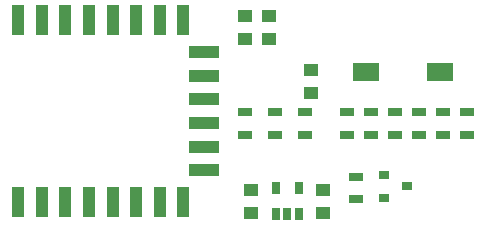
<source format=gtp>
G04 #@! TF.FileFunction,Paste,Top*
%FSLAX46Y46*%
G04 Gerber Fmt 4.6, Leading zero omitted, Abs format (unit mm)*
G04 Created by KiCad (PCBNEW 4.0.7) date 10/21/18 23:31:01*
%MOMM*%
%LPD*%
G01*
G04 APERTURE LIST*
%ADD10C,0.100000*%
%ADD11R,2.298700X1.597660*%
%ADD12R,1.100000X2.500000*%
%ADD13R,2.500000X1.100000*%
%ADD14R,0.650000X1.060000*%
%ADD15R,1.250000X1.000000*%
%ADD16R,1.300000X0.700000*%
%ADD17R,0.900000X0.800000*%
G04 APERTURE END LIST*
D10*
D11*
X88099900Y-107442000D03*
X94399100Y-107442000D03*
D12*
X58674000Y-118429000D03*
X60674000Y-118429000D03*
X62674000Y-118429000D03*
X64674000Y-118429000D03*
X66674000Y-118429000D03*
X68674000Y-118429000D03*
X70674000Y-118429000D03*
X72674000Y-118429000D03*
X72674000Y-103029000D03*
X70674000Y-103029000D03*
X68674000Y-103029000D03*
X66674000Y-103029000D03*
X64674000Y-103029000D03*
X62674000Y-103029000D03*
X60674000Y-103029000D03*
X58674000Y-103029000D03*
D13*
X74374000Y-115739000D03*
X74374000Y-113739000D03*
X74374000Y-111739000D03*
X74374000Y-109739000D03*
X74374000Y-107739000D03*
X74374000Y-105739000D03*
D14*
X80520500Y-119464000D03*
X81470500Y-119464000D03*
X82420500Y-119464000D03*
X82420500Y-117264000D03*
X80520500Y-117264000D03*
D15*
X83502500Y-109204000D03*
X83502500Y-107204000D03*
X77914500Y-104632000D03*
X77914500Y-102632000D03*
X79946500Y-104632000D03*
X79946500Y-102632000D03*
X84518500Y-119364000D03*
X84518500Y-117364000D03*
X78422500Y-117364000D03*
X78422500Y-119364000D03*
D16*
X86550500Y-112710000D03*
X86550500Y-110810000D03*
X88582500Y-112710000D03*
X88582500Y-110810000D03*
X90614500Y-110810000D03*
X90614500Y-112710000D03*
X92646500Y-112710000D03*
X92646500Y-110810000D03*
X77914500Y-112710000D03*
X77914500Y-110810000D03*
X82994500Y-112710000D03*
X82994500Y-110810000D03*
X80454500Y-112710000D03*
X80454500Y-110810000D03*
X94678500Y-112710000D03*
X94678500Y-110810000D03*
D17*
X89614500Y-116144000D03*
X89614500Y-118044000D03*
X91614500Y-117094000D03*
D16*
X87312500Y-116271000D03*
X87312500Y-118171000D03*
X96710500Y-110810000D03*
X96710500Y-112710000D03*
M02*

</source>
